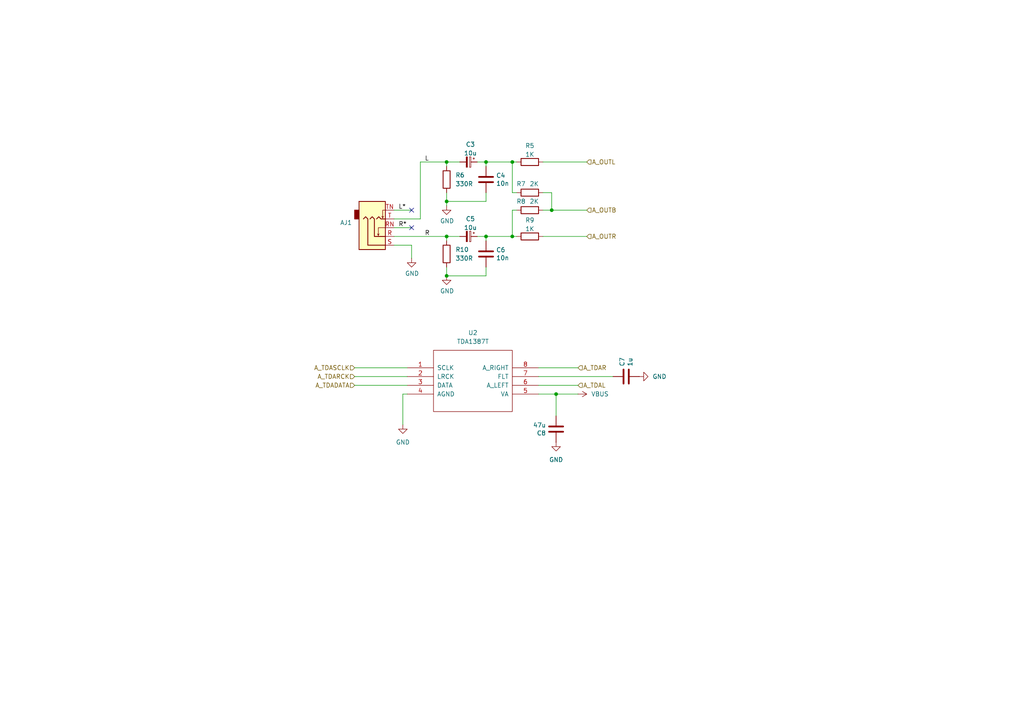
<source format=kicad_sch>
(kicad_sch (version 20250114) (generator "eeschema") (generator_version "9.0")
  (paper "A4")
  (title_block (title "MiniFRANK RM2") (date "2025-03-04") (rev "1.04") (company "Mikhail Matveev") (comment 1 "https://github.com/xtremespb/frank"))
  (lib_symbols
    (symbol "Device:C" (pin_numbers (hide yes)) (pin_names (offset 0.254))
      (property "Reference" "C" (at 0.635 2.54 0))
      (property "Value" "C" (at 0.635 -2.54 0))
      (symbol "C_0_1"
        (polyline (pts (xy -2.032 0.762) (xy 2.032 0.762)) (stroke (width 0.508)))
        (polyline (pts (xy -2.032 -0.762) (xy 2.032 -0.762)) (stroke (width 0.508)))
      )
      (symbol "C_1_1"
        (pin passive line (at 0 3.81 270) (length 2.794) (name "~") (number "1"))
        (pin passive line (at 0 -3.81 90) (length 2.794) (name "~") (number "2"))
      )
    )
    (symbol "Device:C_Polarized_Small" (pin_numbers (hide yes)) (pin_names (offset 0.254) (hide yes))
      (property "Reference" "C" (at 0.254 1.778 0))
      (property "Value" "C_Polarized_Small" (at 0.254 -2.032 0))
      (symbol "C_Polarized_Small_0_1"
        (rectangle (start -1.524 0.6858) (end 1.524 0.3048))
        (rectangle (start -1.524 -0.3048) (end 1.524 -0.6858) (fill (type outline)))
        (polyline (pts (xy -1.27 1.524) (xy -0.762 1.524)))
        (polyline (pts (xy -1.016 1.27) (xy -1.016 1.778)))
      )
      (symbol "C_Polarized_Small_1_1"
        (pin passive line (at 0 2.54 270) (length 1.8542) (name "~") (number "1"))
        (pin passive line (at 0 -2.54 90) (length 1.8542) (name "~") (number "2"))
      )
    )
    (symbol "Device:R" (pin_numbers (hide yes)) (pin_names (offset 0))
      (property "Reference" "R" (at 2.032 0 90))
      (property "Value" "R" (at 0 0 90))
      (symbol "R_0_1"
        (rectangle (start -1.016 -2.54) (end 1.016 2.54) (stroke (width 0.254)))
      )
      (symbol "R_1_1"
        (pin passive line (at 0 3.81 270) (length 1.27) (name "~") (number "1"))
        (pin passive line (at 0 -3.81 90) (length 1.27) (name "~") (number "2"))
      )
    )
    (symbol "FRANK:AudioJack_3.5mm"
      (property "Reference" "AJ2" (at -7.1119 -4.0097 0))
      (symbol "AudioJack_3.5mm_0_1"
        (rectangle (start -5.08 -5.08) (end -6.35 -7.62) (stroke (width 0.254)) (fill (type outline)))
        (polyline (pts (xy -1.905 -5.08) (xy -1.27 -5.715) (xy -0.635 -5.08) (xy -0.635 0) (xy 2.54 0)) (stroke (width 0.254)))
        (polyline (pts (xy 0 -5.08) (xy 0.635 -5.715) (xy 1.27 -5.08) (xy 2.54 -5.08)) (stroke (width 0.254)))
        (polyline (pts (xy 0.508 -0.254) (xy 0.762 -0.762)))
        (polyline (pts (xy 1.778 -5.334) (xy 2.032 -5.842)))
        (rectangle (start 2.54 3.81) (end -5.08 -10.16) (stroke (width 0.254)) (fill (type background)))
        (polyline (pts (xy 2.54 2.54) (xy -2.54 2.54) (xy -2.54 -5.08) (xy -3.175 -5.715) (xy -3.81 -5.08)) (stroke (width 0.254)))
        (polyline (pts (xy 2.54 -2.54) (xy 0.508 -2.54) (xy 0.508 -0.254) (xy 0.254 -0.762)))
        (polyline (pts (xy 2.54 -7.62) (xy 1.778 -7.62) (xy 1.778 -5.334) (xy 1.524 -5.842)))
      )
      (symbol "AudioJack_3.5mm_1_1"
        (pin passive line (at 5.08 2.54 180) (length 2.54) (name "~") (number "S"))
        (pin passive line (at 5.08 0 180) (length 2.54) (name "~") (number "R"))
        (pin passive line (at 5.08 -2.54 180) (length 2.54) (name "~") (number "RN"))
        (pin passive line (at 5.08 -5.08 180) (length 2.54) (name "~") (number "T"))
        (pin passive line (at 5.08 -7.62 180) (length 2.54) (name "~") (number "TN"))
      )
    )
    (symbol "FRANK:TDA1387T" (pin_names (offset 1.016))
      (property "Reference" "U4" (at 0 12.9075 0))
      (property "Value" "TDA1387T" (at 0 10.4832 0))
      (symbol "TDA1387T_1_0"
        (rectangle (start -11.43 -8.89) (end 11.43 8.89))
      )
      (symbol "TDA1387T_1_1"
        (pin input line (at -19.05 3.81 0) (length 7.62) (name "SCLK") (number "1"))
        (pin input line (at -19.05 1.27 0) (length 7.62) (name "LRCK") (number "2"))
        (pin input line (at -19.05 -1.27 0) (length 7.62) (name "DATA") (number "3"))
        (pin input line (at -19.05 -3.81 0) (length 7.62) (name "AGND") (number "4"))
        (pin input line (at 19.05 3.81 180) (length 7.62) (name "A_RIGHT") (number "8"))
        (pin input line (at 19.05 1.27 180) (length 7.62) (name "FLT") (number "7"))
        (pin input line (at 19.05 -1.27 180) (length 7.62) (name "A_LEFT") (number "6"))
        (pin input line (at 19.05 -3.81 180) (length 7.62) (name "VA") (number "5"))
      )
    )
    (symbol "GND_1" (power) (pin_numbers (hide yes)) (pin_names (offset 0) (hide yes))
      (property "Value" "GND" (at 0 -3.81 0))
      (symbol "GND_1_0_1"
        (polyline (pts (xy 0 0) (xy 0 -1.27) (xy 1.27 -1.27) (xy 0 -2.54) (xy -1.27 -1.27) (xy 0 -1.27)))
      )
      (symbol "GND_1_1_1"
        (pin power_in line (at 0 0 270) (length 0) (name "~") (number "1"))
      )
    )
    (symbol "GND_2" (power) (pin_numbers (hide yes)) (pin_names (offset 0) (hide yes))
      (property "Value" "GND" (at 0 -3.81 0))
      (symbol "GND_2_0_1"
        (polyline (pts (xy 0 0) (xy 0 -1.27) (xy 1.27 -1.27) (xy 0 -2.54) (xy -1.27 -1.27) (xy 0 -1.27)))
      )
      (symbol "GND_2_1_1"
        (pin power_in line (at 0 0 270) (length 0) (name "~") (number "1"))
      )
    )
    (symbol "GND_3" (power) (pin_numbers (hide yes)) (pin_names (offset 0) (hide yes))
      (property "Value" "GND" (at 0 -3.81 0))
      (symbol "GND_3_0_1"
        (polyline (pts (xy 0 0) (xy 0 -1.27) (xy 1.27 -1.27) (xy 0 -2.54) (xy -1.27 -1.27) (xy 0 -1.27)))
      )
      (symbol "GND_3_1_1"
        (pin power_in line (at 0 0 270) (length 0) (name "~") (number "1"))
      )
    )
    (symbol "GND_6" (power) (pin_numbers (hide yes)) (pin_names (offset 0) (hide yes))
      (property "Value" "GND" (at 0 -3.81 0))
      (symbol "GND_6_0_1"
        (polyline (pts (xy 0 0) (xy 0 -1.27) (xy 1.27 -1.27) (xy 0 -2.54) (xy -1.27 -1.27) (xy 0 -1.27)))
      )
      (symbol "GND_6_1_1"
        (pin power_in line (at 0 0 270) (length 0) (name "~") (number "1"))
      )
    )
    (symbol "power:GND" (power) (pin_numbers (hide yes)) (pin_names (offset 0) (hide yes))
      (property "Value" "GND" (at 0 -3.81 0))
      (symbol "GND_0_1"
        (polyline (pts (xy 0 0) (xy 0 -1.27) (xy 1.27 -1.27) (xy 0 -2.54) (xy -1.27 -1.27) (xy 0 -1.27)))
      )
      (symbol "GND_1_1"
        (pin power_in line (at 0 0 270) (length 0) (name "~") (number "1"))
      )
    )
    (symbol "power:VBUS" (power) (pin_numbers (hide yes)) (pin_names (offset 0) (hide yes))
      (property "Value" "VBUS" (at 0 3.556 0))
      (symbol "VBUS_0_1"
        (polyline (pts (xy -0.762 1.27) (xy 0 2.54)))
        (polyline (pts (xy 0 2.54) (xy 0.762 1.27)))
        (polyline (pts (xy 0 0) (xy 0 2.54)))
      )
      (symbol "VBUS_1_1"
        (pin power_in line (at 0 0 90) (length 0) (name "~") (number "1"))
      )
    )
  )
  (junction (at 129.54 46.99))
  (junction (at 148.59 68.58))
  (junction (at 129.54 58.42))
  (junction (at 160.02 60.96))
  (junction (at 129.54 80.01))
  (junction (at 140.97 68.58))
  (junction (at 129.54 68.58))
  (junction (at 161.29 114.3))
  (junction (at 148.59 46.99))
  (junction (at 140.97 46.99))
  (no_connect (at 119.38 60.96))
  (no_connect (at 119.38 66.04))
  (wire (pts (xy 140.97 68.58) (xy 148.59 68.58)))
  (wire (pts (xy 140.97 68.58) (xy 138.43 68.58)))
  (wire (pts (xy 140.97 46.99) (xy 148.59 46.99)))
  (wire (pts (xy 121.92 46.99) (xy 129.54 46.99)))
  (wire (pts (xy 102.87 106.68) (xy 118.11 106.68)))
  (wire (pts (xy 149.86 60.96) (xy 148.59 60.96)))
  (wire (pts (xy 140.97 80.01) (xy 129.54 80.01)))
  (wire (pts (xy 114.3 71.12) (xy 119.38 71.12)))
  (wire (pts (xy 129.54 55.88) (xy 129.54 58.42)))
  (wire (pts (xy 148.59 68.58) (xy 149.86 68.58)))
  (wire (pts (xy 140.97 58.42) (xy 129.54 58.42)))
  (wire (pts (xy 140.97 46.99) (xy 138.43 46.99)))
  (wire (pts (xy 114.3 63.5) (xy 121.92 63.5)))
  (wire (pts (xy 156.21 111.76) (xy 167.64 111.76)))
  (wire (pts (xy 114.3 68.58) (xy 129.54 68.58)))
  (wire (pts (xy 102.87 111.76) (xy 118.11 111.76)))
  (wire (pts (xy 148.59 46.99) (xy 149.86 46.99)))
  (wire (pts (xy 133.35 68.58) (xy 129.54 68.58)))
  (wire (pts (xy 160.02 60.96) (xy 157.48 60.96)))
  (wire (pts (xy 140.97 48.26) (xy 140.97 46.99)))
  (wire (pts (xy 140.97 55.88) (xy 140.97 58.42)))
  (wire (pts (xy 161.29 114.3) (xy 167.64 114.3)))
  (wire (pts (xy 149.86 55.88) (xy 148.59 55.88)))
  (wire (pts (xy 156.21 114.3) (xy 161.29 114.3)))
  (wire (pts (xy 129.54 46.99) (xy 129.54 48.26)))
  (wire (pts (xy 129.54 58.42) (xy 129.54 59.69)))
  (wire (pts (xy 156.21 106.68) (xy 167.64 106.68)))
  (wire (pts (xy 157.48 46.99) (xy 170.18 46.99)))
  (wire (pts (xy 129.54 68.58) (xy 129.54 69.85)))
  (wire (pts (xy 157.48 55.88) (xy 160.02 55.88)))
  (wire (pts (xy 161.29 114.3) (xy 161.29 120.65)))
  (wire (pts (xy 157.48 68.58) (xy 170.18 68.58)))
  (wire (pts (xy 156.21 109.22) (xy 177.8 109.22)))
  (wire (pts (xy 121.92 46.99) (xy 121.92 63.5)))
  (wire (pts (xy 129.54 77.47) (xy 129.54 80.01)))
  (wire (pts (xy 160.02 60.96) (xy 170.18 60.96)))
  (wire (pts (xy 160.02 55.88) (xy 160.02 60.96)))
  (wire (pts (xy 140.97 77.47) (xy 140.97 80.01)))
  (wire (pts (xy 119.38 71.12) (xy 119.38 74.93)))
  (wire (pts (xy 133.35 46.99) (xy 129.54 46.99)))
  (wire (pts (xy 114.3 66.04) (xy 119.38 66.04)))
  (wire (pts (xy 140.97 69.85) (xy 140.97 68.58)))
  (wire (pts (xy 118.11 114.3) (xy 116.84 114.3)))
  (wire (pts (xy 114.3 60.96) (xy 119.38 60.96)))
  (wire (pts (xy 102.87 109.22) (xy 118.11 109.22)))
  (wire (pts (xy 148.59 60.96) (xy 148.59 68.58)))
  (wire (pts (xy 116.84 114.3) (xy 116.84 123.19)))
  (wire (pts (xy 148.59 46.99) (xy 148.59 55.88)))
  (label "L" (at 123.19 46.99 0))
  (label "R" (at 123.19 68.58 0))
  (label "L*" (at 115.57 60.96 0))
  (label "R*" (at 115.57 66.04 0))
  (hierarchical_label "A_OUTL" (shape input) (at 170.18 46.99 0))
  (hierarchical_label "A_OUTB" (shape input) (at 170.18 60.96 0))
  (hierarchical_label "A_TDAL" (shape input) (at 167.64 111.76 0))
  (hierarchical_label "A_TDASCLK" (shape input) (at 102.87 106.68 180))
  (hierarchical_label "A_TDAR" (shape input) (at 167.64 106.68 0))
  (hierarchical_label "A_TDARCK" (shape input) (at 102.87 109.22 180))
  (hierarchical_label "A_OUTR" (shape input) (at 170.18 68.58 0))
  (hierarchical_label "A_TDADATA" (shape input) (at 102.87 111.76 180))
  (symbol (lib_id "power:GND") (at 116.84 123.19 0) (unit 1)
    (property "Reference" "#PWR023" (effects (hide yes)))
    (property "Value" "GND" (at 116.84 128.27 0))
    (property "Description" "Power symbol creates a global label with name \"GND\" , ground" (effects (hide yes)))
  )
  (symbol (lib_id "Device:R") (at 153.67 55.88 90) (unit 1)
    (property "Reference" "R7" (at 151.13 53.34 90))
    (property "Value" "2K" (at 154.94 53.34 90))
    (property "Footprint" "FRANK:Resistor (0805)" (effects (hide yes)))
    (property "Datasheet" "https://www.vishay.com/docs/28952/mcs0402at-mct0603at-mcu0805at-mca1206at.pdf" (effects (hide yes)))
    (property "AliExpress" "https://www.aliexpress.com/item/1005005945735199.html" (effects (hide yes)))
  )
  (symbol (lib_id "Device:C") (at 181.61 109.22 90) (unit 1)
    (property "Reference" "C7" (at 180.4416 106.299 0) (effects (justify left)))
    (property "Value" "1u" (at 182.753 106.299 0) (effects (justify left)))
    (property "Footprint" "FRANK:Capacitor (0805)" (effects (hide yes)))
    (property "Datasheet" "https://eu.mouser.com/datasheet/2/40/KGM_X7R-3223212.pdf" (effects (hide yes)))
    (property "AliExpress" "https://www.aliexpress.com/item/33008008276.html" (effects (hide yes)))
  )
  (symbol (lib_id "Device:C_Polarized_Small") (at 135.89 68.58 270) (unit 1)
    (property "Reference" "C5" (at 136.4361 63.4832 90))
    (property "Value" "10u" (at 136.4361 66.0201 90))
    (property "Footprint" "FRANK:Capacitor (3528, tantalum, polar)" (effects (hide yes)))
    (property "Datasheet" "https://eu.mouser.com/datasheet/2/447/KEM_T2005_T491-3316937.pdf" (effects (hide yes)))
    (property "AliExpress" "https://www.aliexpress.com/item/1005006870280809.html" (effects (hide yes)))
  )
  (symbol (lib_id "Device:R") (at 153.67 68.58 90) (unit 1)
    (property "Reference" "R9" (at 153.67 63.8642 90))
    (property "Value" "1K" (at 153.67 66.4011 90))
    (property "Footprint" "FRANK:Resistor (0805)" (effects (hide yes)))
    (property "Datasheet" "https://www.vishay.com/docs/28952/mcs0402at-mct0603at-mcu0805at-mca1206at.pdf" (effects (hide yes)))
    (property "AliExpress" "https://www.aliexpress.com/item/1005005945735199.html" (effects (hide yes)))
  )
  (symbol (lib_id "Device:R") (at 129.54 73.66 0) (unit 1)
    (property "Reference" "R10" (at 132.08 72.3899 0) (effects (justify left)))
    (property "Value" "330R" (at 132.08 74.9299 0) (effects (justify left)))
    (property "Footprint" "FRANK:Resistor (0805)" (effects (hide yes)))
    (property "Datasheet" "https://www.vishay.com/docs/28952/mcs0402at-mct0603at-mcu0805at-mca1206at.pdf" (effects (hide yes)))
    (property "AliExpress" "https://www.aliexpress.com/item/1005005945735199.html" (effects (hide yes)))
  )
  (symbol (lib_id "Device:R") (at 153.67 60.96 90) (unit 1)
    (property "Reference" "R8" (at 151.13 58.42 90))
    (property "Value" "2K" (at 154.94 58.42 90))
    (property "Footprint" "FRANK:Resistor (0805)" (effects (hide yes)))
    (property "Datasheet" "https://www.vishay.com/docs/28952/mcs0402at-mct0603at-mcu0805at-mca1206at.pdf" (effects (hide yes)))
    (property "AliExpress" "https://www.aliexpress.com/item/1005005945735199.html" (effects (hide yes)))
  )
  (symbol (lib_name "GND_3") (lib_id "power:GND") (at 129.54 59.69 0) (unit 1)
    (property "Reference" "#PWR018" (effects (hide yes)))
    (property "Value" "GND" (at 129.667 64.0842 0))
    (property "Description" "Power symbol creates a global label with name \"GND\" , ground" (effects (hide yes)))
  )
  (symbol (lib_id "Device:R") (at 153.67 46.99 90) (unit 1)
    (property "Reference" "R5" (at 153.67 42.2742 90))
    (property "Value" "1K" (at 153.67 44.8111 90))
    (property "Footprint" "FRANK:Resistor (0805)" (effects (hide yes)))
    (property "Datasheet" "https://www.vishay.com/docs/28952/mcs0402at-mct0603at-mcu0805at-mca1206at.pdf" (effects (hide yes)))
    (property "AliExpress" "https://www.aliexpress.com/item/1005005945735199.html" (effects (hide yes)))
  )
  (symbol (lib_id "FRANK:TDA1387T") (at 137.16 110.49 0) (unit 1)
    (property "Reference" "U2" (at 137.16 96.52 0))
    (property "Value" "TDA1387T" (at 137.16 99.06 0))
    (property "Footprint" "FRANK:SO-8" (effects (hide yes)))
    (property "Datasheet" "https://github.com/xtremespb/frank/raw/refs/heads/minifrank_rev2/DOCS/TDA1387T.pdf" (effects (hide yes)))
    (property "AliExpress" "https://www.aliexpress.com/item/32995595000.html" (effects (hide yes)))
  )
  (symbol (lib_name "GND_6") (lib_id "power:GND") (at 185.42 109.22 90) (unit 1)
    (property "Reference" "#PWR021" (effects (hide yes)))
    (property "Value" "GND" (at 189.23 109.2199 90) (effects (justify right)))
    (property "Description" "Power symbol creates a global label with name \"GND\" , ground" (effects (hide yes)))
  )
  (symbol (lib_id "FRANK:AudioJack_3.5mm") (at 109.22 68.58 0) (mirror x) (unit 1)
    (property "Reference" "AJ1" (at 102.1081 64.5703 0) (effects (justify right)))
    (property "Value" "SJ1-353XNG" (effects (hide yes)))
    (property "Footprint" "FRANK:Jack (3.5mm, PJ-320D)" (effects (hide yes)))
  )
  (symbol (lib_id "power:VBUS") (at 167.64 114.3 270) (unit 1)
    (property "Reference" "#PWR022" (effects (hide yes)))
    (property "Value" "VBUS" (at 171.45 114.2999 90) (effects (justify left)))
    (property "Description" "Power symbol creates a global label with name \"VBUS\"" (effects (hide yes)))
  )
  (symbol (lib_name "GND_6") (lib_id "power:GND") (at 161.29 128.27 0) (unit 1)
    (property "Reference" "#PWR024" (effects (hide yes)))
    (property "Value" "GND" (at 161.29 133.35 0))
    (property "Description" "Power symbol creates a global label with name \"GND\" , ground" (effects (hide yes)))
  )
  (symbol (lib_id "Device:C") (at 140.97 73.66 0) (unit 1)
    (property "Reference" "C6" (at 143.891 72.4916 0) (effects (justify left)))
    (property "Value" "10n" (at 143.891 74.803 0) (effects (justify left)))
    (property "Footprint" "FRANK:Capacitor (0805)" (effects (hide yes)))
    (property "Datasheet" "https://eu.mouser.com/datasheet/2/40/KGM_X7R-3223212.pdf" (effects (hide yes)))
    (property "AliExpress" "https://www.aliexpress.com/item/33008008276.html" (effects (hide yes)))
  )
  (symbol (lib_id "Device:C") (at 140.97 52.07 0) (unit 1)
    (property "Reference" "C4" (at 143.891 50.9016 0) (effects (justify left)))
    (property "Value" "10n" (at 143.891 53.213 0) (effects (justify left)))
    (property "Footprint" "FRANK:Capacitor (0805)" (effects (hide yes)))
    (property "Datasheet" "https://eu.mouser.com/datasheet/2/40/KGM_X7R-3223212.pdf" (effects (hide yes)))
    (property "AliExpress" "https://www.aliexpress.com/item/33008008276.html" (effects (hide yes)))
  )
  (symbol (lib_id "Device:C_Polarized_Small") (at 135.89 46.99 270) (unit 1)
    (property "Reference" "C3" (at 136.4361 41.8932 90))
    (property "Value" "10u" (at 136.4361 44.4301 90))
    (property "Footprint" "FRANK:Capacitor (3528, tantalum, polar)" (effects (hide yes)))
    (property "Datasheet" "https://eu.mouser.com/datasheet/2/447/KEM_T2005_T491-3316937.pdf" (effects (hide yes)))
    (property "AliExpress" "https://www.aliexpress.com/item/1005006870280809.html" (effects (hide yes)))
  )
  (symbol (lib_name "GND_2") (lib_id "power:GND") (at 129.54 80.01 0) (unit 1)
    (property "Reference" "#PWR020" (effects (hide yes)))
    (property "Value" "GND" (at 129.667 84.4042 0))
    (property "Description" "Power symbol creates a global label with name \"GND\" , ground" (effects (hide yes)))
  )
  (symbol (lib_id "Device:R") (at 129.54 52.07 0) (unit 1)
    (property "Reference" "R6" (at 132.08 50.7999 0) (effects (justify left)))
    (property "Value" "330R" (at 132.08 53.3399 0) (effects (justify left)))
    (property "Footprint" "FRANK:Resistor (0805)" (effects (hide yes)))
    (property "Datasheet" "https://www.vishay.com/docs/28952/mcs0402at-mct0603at-mcu0805at-mca1206at.pdf" (effects (hide yes)))
    (property "AliExpress" "https://www.aliexpress.com/item/1005005945735199.html" (effects (hide yes)))
  )
  (symbol (lib_name "GND_1") (lib_id "power:GND") (at 119.38 74.93 0) (unit 1)
    (property "Reference" "#PWR019" (effects (hide yes)))
    (property "Value" "GND" (at 119.507 79.3242 0))
    (property "Description" "Power symbol creates a global label with name \"GND\" , ground" (effects (hide yes)))
  )
  (symbol (lib_id "Device:C") (at 161.29 124.46 180) (unit 1)
    (property "Reference" "C8" (at 158.369 125.6284 0) (effects (justify left)))
    (property "Value" "47u" (at 158.369 123.317 0) (effects (justify left)))
    (property "Footprint" "FRANK:Capacitor (0805)" (effects (hide yes)))
    (property "Datasheet" "https://eu.mouser.com/datasheet/2/40/KGM_X7R-3223212.pdf" (effects (hide yes)))
    (property "AliExpress" "https://www.aliexpress.com/item/33008008276.html" (effects (hide yes)))
  )
)
</source>
